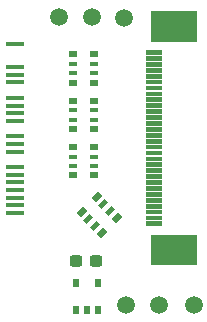
<source format=gbr>
%TF.GenerationSoftware,KiCad,Pcbnew,9.0.4*%
%TF.CreationDate,2025-09-07T07:02:52-04:00*%
%TF.ProjectId,flex_partial,666c6578-5f70-4617-9274-69616c2e6b69,v20231105*%
%TF.SameCoordinates,Original*%
%TF.FileFunction,Soldermask,Top*%
%TF.FilePolarity,Negative*%
%FSLAX46Y46*%
G04 Gerber Fmt 4.6, Leading zero omitted, Abs format (unit mm)*
G04 Created by KiCad (PCBNEW 9.0.4) date 2025-09-07 07:02:52*
%MOMM*%
%LPD*%
G01*
G04 APERTURE LIST*
G04 Aperture macros list*
%AMRoundRect*
0 Rectangle with rounded corners*
0 $1 Rounding radius*
0 $2 $3 $4 $5 $6 $7 $8 $9 X,Y pos of 4 corners*
0 Add a 4 corners polygon primitive as box body*
4,1,4,$2,$3,$4,$5,$6,$7,$8,$9,$2,$3,0*
0 Add four circle primitives for the rounded corners*
1,1,$1+$1,$2,$3*
1,1,$1+$1,$4,$5*
1,1,$1+$1,$6,$7*
1,1,$1+$1,$8,$9*
0 Add four rect primitives between the rounded corners*
20,1,$1+$1,$2,$3,$4,$5,0*
20,1,$1+$1,$4,$5,$6,$7,0*
20,1,$1+$1,$6,$7,$8,$9,0*
20,1,$1+$1,$8,$9,$2,$3,0*%
%AMRotRect*
0 Rectangle, with rotation*
0 The origin of the aperture is its center*
0 $1 length*
0 $2 width*
0 $3 Rotation angle, in degrees counterclockwise*
0 Add horizontal line*
21,1,$1,$2,0,0,$3*%
G04 Aperture macros list end*
%ADD10C,0.000000*%
%ADD11C,1.500000*%
%ADD12RoundRect,0.237500X-0.300000X-0.237500X0.300000X-0.237500X0.300000X0.237500X-0.300000X0.237500X0*%
%ADD13RotRect,0.800000X0.500000X45.000000*%
%ADD14RotRect,0.800000X0.400000X45.000000*%
%ADD15R,0.800000X0.500000*%
%ADD16R,0.800000X0.400000*%
%ADD17C,0.450000*%
%ADD18R,1.350000X0.450000*%
%ADD19R,0.510000X0.700000*%
G04 APERTURE END LIST*
D10*
%TO.C,J6*%
G36*
X98850000Y-94550000D02*
G01*
X97450000Y-94550000D01*
X97450000Y-94150000D01*
X98850000Y-94150000D01*
X98850000Y-94550000D01*
G37*
G36*
X98850000Y-95050000D02*
G01*
X97450000Y-95050000D01*
X97450000Y-94650000D01*
X98850000Y-94650000D01*
X98850000Y-95050000D01*
G37*
G36*
X98850000Y-95550000D02*
G01*
X97450000Y-95550000D01*
X97450000Y-95150000D01*
X98850000Y-95150000D01*
X98850000Y-95550000D01*
G37*
G36*
X98850000Y-96050000D02*
G01*
X97450000Y-96050000D01*
X97450000Y-95650000D01*
X98850000Y-95650000D01*
X98850000Y-96050000D01*
G37*
G36*
X98850000Y-96550000D02*
G01*
X97450000Y-96550000D01*
X97450000Y-96150000D01*
X98850000Y-96150000D01*
X98850000Y-96550000D01*
G37*
G36*
X98850000Y-97050000D02*
G01*
X97450000Y-97050000D01*
X97450000Y-96650000D01*
X98850000Y-96650000D01*
X98850000Y-97050000D01*
G37*
G36*
X98850000Y-97550000D02*
G01*
X97450000Y-97550000D01*
X97450000Y-97150000D01*
X98850000Y-97150000D01*
X98850000Y-97550000D01*
G37*
G36*
X98850000Y-98050000D02*
G01*
X97450000Y-98050000D01*
X97450000Y-97650000D01*
X98850000Y-97650000D01*
X98850000Y-98050000D01*
G37*
G36*
X98850000Y-98550000D02*
G01*
X97450000Y-98550000D01*
X97450000Y-98150000D01*
X98850000Y-98150000D01*
X98850000Y-98550000D01*
G37*
G36*
X98850000Y-99050000D02*
G01*
X97450000Y-99050000D01*
X97450000Y-98650000D01*
X98850000Y-98650000D01*
X98850000Y-99050000D01*
G37*
G36*
X98850000Y-99550000D02*
G01*
X97450000Y-99550000D01*
X97450000Y-99150000D01*
X98850000Y-99150000D01*
X98850000Y-99550000D01*
G37*
G36*
X98850000Y-100050000D02*
G01*
X97450000Y-100050000D01*
X97450000Y-99650000D01*
X98850000Y-99650000D01*
X98850000Y-100050000D01*
G37*
G36*
X98850000Y-100550000D02*
G01*
X97450000Y-100550000D01*
X97450000Y-100150000D01*
X98850000Y-100150000D01*
X98850000Y-100550000D01*
G37*
G36*
X98850000Y-101050000D02*
G01*
X97450000Y-101050000D01*
X97450000Y-100650000D01*
X98850000Y-100650000D01*
X98850000Y-101050000D01*
G37*
G36*
X98850000Y-101550000D02*
G01*
X97450000Y-101550000D01*
X97450000Y-101150000D01*
X98850000Y-101150000D01*
X98850000Y-101550000D01*
G37*
G36*
X98850000Y-102050000D02*
G01*
X97450000Y-102050000D01*
X97450000Y-101650000D01*
X98850000Y-101650000D01*
X98850000Y-102050000D01*
G37*
G36*
X98850000Y-102550000D02*
G01*
X97450000Y-102550000D01*
X97450000Y-102150000D01*
X98850000Y-102150000D01*
X98850000Y-102550000D01*
G37*
G36*
X98850000Y-103050000D02*
G01*
X97450000Y-103050000D01*
X97450000Y-102650000D01*
X98850000Y-102650000D01*
X98850000Y-103050000D01*
G37*
G36*
X98850000Y-103550000D02*
G01*
X97450000Y-103550000D01*
X97450000Y-103150000D01*
X98850000Y-103150000D01*
X98850000Y-103550000D01*
G37*
G36*
X98850000Y-104050000D02*
G01*
X97450000Y-104050000D01*
X97450000Y-103650000D01*
X98850000Y-103650000D01*
X98850000Y-104050000D01*
G37*
G36*
X98850000Y-104550000D02*
G01*
X97450000Y-104550000D01*
X97450000Y-104150000D01*
X98850000Y-104150000D01*
X98850000Y-104550000D01*
G37*
G36*
X98850000Y-105050000D02*
G01*
X97450000Y-105050000D01*
X97450000Y-104650000D01*
X98850000Y-104650000D01*
X98850000Y-105050000D01*
G37*
G36*
X98850000Y-105550000D02*
G01*
X97450000Y-105550000D01*
X97450000Y-105150000D01*
X98850000Y-105150000D01*
X98850000Y-105550000D01*
G37*
G36*
X98850000Y-106050000D02*
G01*
X97450000Y-106050000D01*
X97450000Y-105650000D01*
X98850000Y-105650000D01*
X98850000Y-106050000D01*
G37*
G36*
X98850000Y-106550000D02*
G01*
X97450000Y-106550000D01*
X97450000Y-106150000D01*
X98850000Y-106150000D01*
X98850000Y-106550000D01*
G37*
G36*
X98850000Y-107050000D02*
G01*
X97450000Y-107050000D01*
X97450000Y-106650000D01*
X98850000Y-106650000D01*
X98850000Y-107050000D01*
G37*
G36*
X98850000Y-107550000D02*
G01*
X97450000Y-107550000D01*
X97450000Y-107150000D01*
X98850000Y-107150000D01*
X98850000Y-107550000D01*
G37*
G36*
X98850000Y-108050000D02*
G01*
X97450000Y-108050000D01*
X97450000Y-107650000D01*
X98850000Y-107650000D01*
X98850000Y-108050000D01*
G37*
G36*
X98850000Y-108550000D02*
G01*
X97450000Y-108550000D01*
X97450000Y-108150000D01*
X98850000Y-108150000D01*
X98850000Y-108550000D01*
G37*
G36*
X98850000Y-109050000D02*
G01*
X97450000Y-109050000D01*
X97450000Y-108650000D01*
X98850000Y-108650000D01*
X98850000Y-109050000D01*
G37*
G36*
X101830000Y-93432000D02*
G01*
X97930000Y-93432000D01*
X97930000Y-90832000D01*
X101830000Y-90832000D01*
X101830000Y-93432000D01*
G37*
G36*
X101830000Y-112368000D02*
G01*
X97930000Y-112368000D01*
X97930000Y-109768000D01*
X101830000Y-109768000D01*
X101830000Y-112368000D01*
G37*
%TD*%
D11*
%TO.C,J3.1*%
X101500000Y-115700000D03*
%TD*%
D12*
%TO.C,C1*%
X91537500Y-112000000D03*
X93262500Y-112000000D03*
%TD*%
D13*
%TO.C,RN4*%
X92015076Y-107887868D03*
D14*
X92580761Y-108453553D03*
X93146447Y-109019239D03*
D13*
X93712132Y-109584924D03*
X94984924Y-108312132D03*
D14*
X94419239Y-107746447D03*
X93853553Y-107180761D03*
D13*
X93287868Y-106615076D03*
%TD*%
D15*
%TO.C,RN3*%
X91300000Y-102350000D03*
D16*
X91300000Y-103150000D03*
X91300000Y-103950000D03*
D15*
X91300000Y-104750000D03*
X93100000Y-104750000D03*
D16*
X93100000Y-103950000D03*
X93100000Y-103150000D03*
D15*
X93100000Y-102350000D03*
%TD*%
%TO.C,RN2*%
X91300000Y-98420000D03*
D16*
X91300000Y-99220000D03*
X91300000Y-100020000D03*
D15*
X91300000Y-100820000D03*
X93100000Y-100820000D03*
D16*
X93100000Y-100020000D03*
X93100000Y-99220000D03*
D15*
X93100000Y-98420000D03*
%TD*%
D17*
%TO.C,X2*%
X85760000Y-105980000D03*
X86435000Y-105980000D03*
D18*
X86435000Y-105980000D03*
%TD*%
D11*
%TO.C,J1*%
X92900000Y-91300000D03*
%TD*%
%TO.C,J3*%
X95600000Y-91400000D03*
%TD*%
D15*
%TO.C,RN1*%
X91300000Y-94500000D03*
D16*
X91300000Y-95300000D03*
X91300000Y-96100000D03*
D15*
X91300000Y-96900000D03*
X93100000Y-96900000D03*
D16*
X93100000Y-96100000D03*
X93100000Y-95300000D03*
D15*
X93100000Y-94500000D03*
%TD*%
D11*
%TO.C,J5*%
X98600000Y-115700000D03*
%TD*%
%TO.C,J2*%
X90100000Y-91300000D03*
%TD*%
D17*
%TO.C,X1*%
X85755000Y-107930000D03*
X86430000Y-107930000D03*
D18*
X86430000Y-107930000D03*
D17*
X85755000Y-107280000D03*
X86430000Y-107280000D03*
D18*
X86430000Y-107280000D03*
D17*
X85755000Y-106630000D03*
X86430000Y-106630000D03*
D18*
X86430000Y-106630000D03*
D17*
X85755000Y-105330000D03*
X86430000Y-105330000D03*
D18*
X86430000Y-105330000D03*
D17*
X85755000Y-104680000D03*
X86430000Y-104680000D03*
D18*
X86430000Y-104680000D03*
D17*
X85755000Y-104030000D03*
X86430000Y-104030000D03*
D18*
X86430000Y-104030000D03*
D17*
X85755000Y-102730000D03*
X86430000Y-102730000D03*
D18*
X86430000Y-102730000D03*
D17*
X85755000Y-102080000D03*
X86430000Y-102080000D03*
D18*
X86430000Y-102080000D03*
D17*
X85755000Y-101430000D03*
X86430000Y-101430000D03*
D18*
X86430000Y-101430000D03*
D17*
X85755000Y-100130000D03*
X86430000Y-100130000D03*
D18*
X86430000Y-100130000D03*
D17*
X85755000Y-99480000D03*
X86430000Y-99480000D03*
D18*
X86430000Y-99480000D03*
D17*
X85755000Y-98830000D03*
X86430000Y-98830000D03*
D18*
X86430000Y-98830000D03*
D17*
X85755000Y-98180000D03*
X86430000Y-98180000D03*
D18*
X86430000Y-98180000D03*
D17*
X85755000Y-96880000D03*
X86430000Y-96880000D03*
D18*
X86430000Y-96880000D03*
D17*
X85755000Y-96230000D03*
X86430000Y-96230000D03*
D18*
X86430000Y-96230000D03*
D17*
X85755000Y-95580000D03*
X86430000Y-95580000D03*
D18*
X86430000Y-95580000D03*
D17*
X85755000Y-93630000D03*
X86430000Y-93630000D03*
D18*
X86430000Y-93630000D03*
%TD*%
D11*
%TO.C,J4*%
X95800000Y-115700000D03*
%TD*%
D19*
%TO.C,U1*%
X91550000Y-116160000D03*
X92500000Y-116160000D03*
X93450000Y-116160000D03*
X93450000Y-113840000D03*
X91550000Y-113840000D03*
%TD*%
M02*

</source>
